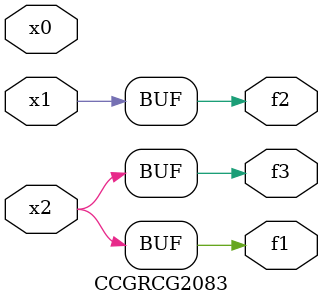
<source format=v>
module CCGRCG2083(
	input x0, x1, x2,
	output f1, f2, f3
);
	assign f1 = x2;
	assign f2 = x1;
	assign f3 = x2;
endmodule

</source>
